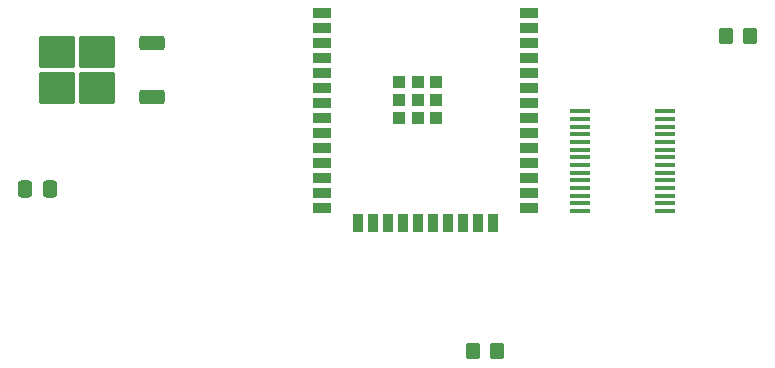
<source format=gbr>
%TF.GenerationSoftware,KiCad,Pcbnew,7.0.10*%
%TF.CreationDate,2024-03-05T16:09:12-06:00*%
%TF.ProjectId,shematic for power and light system,7368656d-6174-4696-9320-666f7220706f,rev?*%
%TF.SameCoordinates,Original*%
%TF.FileFunction,Paste,Top*%
%TF.FilePolarity,Positive*%
%FSLAX46Y46*%
G04 Gerber Fmt 4.6, Leading zero omitted, Abs format (unit mm)*
G04 Created by KiCad (PCBNEW 7.0.10) date 2024-03-05 16:09:12*
%MOMM*%
%LPD*%
G01*
G04 APERTURE LIST*
G04 Aperture macros list*
%AMRoundRect*
0 Rectangle with rounded corners*
0 $1 Rounding radius*
0 $2 $3 $4 $5 $6 $7 $8 $9 X,Y pos of 4 corners*
0 Add a 4 corners polygon primitive as box body*
4,1,4,$2,$3,$4,$5,$6,$7,$8,$9,$2,$3,0*
0 Add four circle primitives for the rounded corners*
1,1,$1+$1,$2,$3*
1,1,$1+$1,$4,$5*
1,1,$1+$1,$6,$7*
1,1,$1+$1,$8,$9*
0 Add four rect primitives between the rounded corners*
20,1,$1+$1,$2,$3,$4,$5,0*
20,1,$1+$1,$4,$5,$6,$7,0*
20,1,$1+$1,$6,$7,$8,$9,0*
20,1,$1+$1,$8,$9,$2,$3,0*%
G04 Aperture macros list end*
%ADD10RoundRect,0.250000X-0.350000X-0.450000X0.350000X-0.450000X0.350000X0.450000X-0.350000X0.450000X0*%
%ADD11RoundRect,0.250000X0.850000X0.350000X-0.850000X0.350000X-0.850000X-0.350000X0.850000X-0.350000X0*%
%ADD12RoundRect,0.250000X1.275000X1.125000X-1.275000X1.125000X-1.275000X-1.125000X1.275000X-1.125000X0*%
%ADD13RoundRect,0.250000X-0.337500X-0.475000X0.337500X-0.475000X0.337500X0.475000X-0.337500X0.475000X0*%
%ADD14R,1.500000X0.900000*%
%ADD15R,0.900000X1.500000*%
%ADD16R,1.050000X1.050000*%
%ADD17R,1.750000X0.450000*%
G04 APERTURE END LIST*
D10*
%TO.C,R2*%
X160952490Y-78134426D03*
X162952490Y-78134426D03*
%TD*%
%TO.C,R1*%
X139489846Y-104778417D03*
X141489846Y-104778417D03*
%TD*%
D11*
%TO.C,U2*%
X112286778Y-83284418D03*
D12*
X107661778Y-82529418D03*
X107661778Y-79479418D03*
X104311778Y-82529418D03*
X104311778Y-79479418D03*
D11*
X112286778Y-78724418D03*
%TD*%
D13*
%TO.C,C1*%
X101600000Y-91059000D03*
X103675000Y-91059000D03*
%TD*%
D14*
%TO.C,U3*%
X126727234Y-76199999D03*
X126727234Y-77469999D03*
X126727234Y-78739999D03*
X126727234Y-80009999D03*
X126727234Y-81279999D03*
X126727234Y-82549999D03*
X126727234Y-83819999D03*
X126727234Y-85089999D03*
X126727234Y-86359999D03*
X126727234Y-87629999D03*
X126727234Y-88899999D03*
X126727234Y-90169999D03*
X126727234Y-91439999D03*
X126727234Y-92709999D03*
D15*
X129767234Y-93959999D03*
X131037234Y-93959999D03*
X132307234Y-93959999D03*
X133577234Y-93959999D03*
X134847234Y-93959999D03*
X136117234Y-93959999D03*
X137387234Y-93959999D03*
X138657234Y-93959999D03*
X139927234Y-93959999D03*
X141197234Y-93959999D03*
D14*
X144227234Y-92709999D03*
X144227234Y-91439999D03*
X144227234Y-90169999D03*
X144227234Y-88899999D03*
X144227234Y-87629999D03*
X144227234Y-86359999D03*
X144227234Y-85089999D03*
X144227234Y-83819999D03*
X144227234Y-82549999D03*
X144227234Y-81279999D03*
X144227234Y-80009999D03*
X144227234Y-78739999D03*
X144227234Y-77469999D03*
X144227234Y-76199999D03*
D16*
X133272234Y-82014999D03*
X133272234Y-83539999D03*
X133272234Y-85064999D03*
X134797234Y-82014999D03*
X134797234Y-83539999D03*
X134797234Y-85064999D03*
X136322234Y-82014999D03*
X136322234Y-83539999D03*
X136322234Y-85064999D03*
%TD*%
D17*
%TO.C,U4*%
X148592726Y-84492633D03*
X148592726Y-85142633D03*
X148592726Y-85792633D03*
X148592726Y-86442633D03*
X148592726Y-87092633D03*
X148592726Y-87742633D03*
X148592726Y-88392633D03*
X148592726Y-89042633D03*
X148592726Y-89692633D03*
X148592726Y-90342633D03*
X148592726Y-90992633D03*
X148592726Y-91642633D03*
X148592726Y-92292633D03*
X148592726Y-92942633D03*
X155792726Y-92942633D03*
X155792726Y-92292633D03*
X155792726Y-91642633D03*
X155792726Y-90992633D03*
X155792726Y-90342633D03*
X155792726Y-89692633D03*
X155792726Y-89042633D03*
X155792726Y-88392633D03*
X155792726Y-87742633D03*
X155792726Y-87092633D03*
X155792726Y-86442633D03*
X155792726Y-85792633D03*
X155792726Y-85142633D03*
X155792726Y-84492633D03*
%TD*%
M02*

</source>
